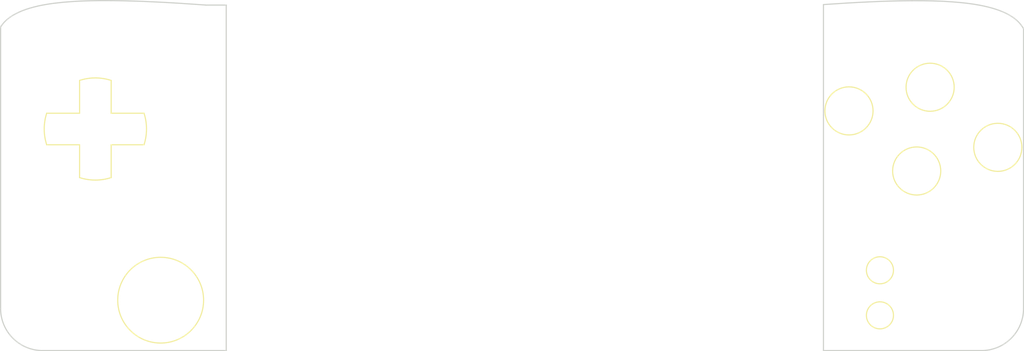
<source format=kicad_pcb>
(kicad_pcb (version 20171130) (host pcbnew "(5.1.8)-1")

  (general
    (thickness 1.6)
    (drawings 39)
    (tracks 0)
    (zones 0)
    (modules 0)
    (nets 1)
  )

  (page A4)
  (layers
    (0 F.Cu signal)
    (31 B.Cu signal)
    (32 B.Adhes user)
    (33 F.Adhes user)
    (34 B.Paste user)
    (35 F.Paste user)
    (36 B.SilkS user)
    (37 F.SilkS user)
    (38 B.Mask user)
    (39 F.Mask user)
    (40 Dwgs.User user)
    (41 Cmts.User user)
    (42 Eco1.User user)
    (43 Eco2.User user)
    (44 Edge.Cuts user)
    (45 Margin user)
    (46 B.CrtYd user)
    (47 F.CrtYd user)
    (48 B.Fab user)
    (49 F.Fab user)
  )

  (setup
    (last_trace_width 0.25)
    (trace_clearance 0.2)
    (zone_clearance 0.508)
    (zone_45_only no)
    (trace_min 0.2)
    (via_size 0.8)
    (via_drill 0.4)
    (via_min_size 0.4)
    (via_min_drill 0.3)
    (uvia_size 0.3)
    (uvia_drill 0.1)
    (uvias_allowed no)
    (uvia_min_size 0.2)
    (uvia_min_drill 0.1)
    (edge_width 0.05)
    (segment_width 0.2)
    (pcb_text_width 0.3)
    (pcb_text_size 1.5 1.5)
    (mod_edge_width 0.12)
    (mod_text_size 1 1)
    (mod_text_width 0.15)
    (pad_size 1.524 1.524)
    (pad_drill 0.762)
    (pad_to_mask_clearance 0)
    (aux_axis_origin 0 0)
    (visible_elements FFFFFF7F)
    (pcbplotparams
      (layerselection 0x010fc_ffffffff)
      (usegerberextensions false)
      (usegerberattributes true)
      (usegerberadvancedattributes true)
      (creategerberjobfile true)
      (excludeedgelayer true)
      (linewidth 0.100000)
      (plotframeref false)
      (viasonmask false)
      (mode 1)
      (useauxorigin false)
      (hpglpennumber 1)
      (hpglpenspeed 20)
      (hpglpendiameter 15.000000)
      (psnegative false)
      (psa4output false)
      (plotreference true)
      (plotvalue true)
      (plotinvisibletext false)
      (padsonsilk false)
      (subtractmaskfromsilk false)
      (outputformat 1)
      (mirror false)
      (drillshape 1)
      (scaleselection 1)
      (outputdirectory ""))
  )

  (net 0 "")

  (net_class Default "This is the default net class."
    (clearance 0.2)
    (trace_width 0.25)
    (via_dia 0.8)
    (via_drill 0.4)
    (uvia_dia 0.3)
    (uvia_drill 0.1)
  )

  (gr_line (start 80.95403 79.120601) (end 80.95403 84.66613) (layer F.SilkS) (width 0.2))
  (gr_line (start 75.615912 84.667468) (end 75.615912 79.120601) (layer F.SilkS) (width 0.2))
  (gr_arc (start 78.282911 76.453601) (end 75.615912 84.667468) (angle -36) (layer F.SilkS) (width 0.2))
  (gr_circle (center 89.306911 105.396601) (end 96.556911 105.396601) (layer F.SilkS) (width 0.2))
  (gr_arc (start 78.282912 76.453601) (end 70.069045 73.786601) (angle -36) (layer F.SilkS) (width 0.2))
  (gr_line (start 75.615912 79.120601) (end 70.069045 79.120601) (layer F.SilkS) (width 0.2))
  (gr_line (start 86.496778 79.120601) (end 80.95403 79.120601) (layer F.SilkS) (width 0.2))
  (gr_circle (center 219.228711 69.3926) (end 223.292711 69.3926) (layer F.SilkS) (width 0.2))
  (gr_arc (start 78.282911 76.453601) (end 80.95403 68.241073) (angle -36) (layer F.SilkS) (width 0.2))
  (gr_curve (pts (xy 68.696752 55.640175) (xy 66.648881 56.089013) (xy 65.038399 56.734806) (xy 63.928462 57.511819)) (layer Edge.Cuts) (width 0.2))
  (gr_line (start 70.069045 73.786601) (end 75.615912 73.786601) (layer F.SilkS) (width 0.2))
  (gr_arc (start 227.889034 106.80652) (end 227.889034 113.91852) (angle -90) (layer Edge.Cuts) (width 0.2))
  (gr_circle (center 230.658711 79.5526) (end 234.722711 79.5526) (layer F.SilkS) (width 0.2))
  (gr_line (start 80.95403 68.241073) (end 80.95403 73.786601) (layer F.SilkS) (width 0.2))
  (gr_circle (center 216.958712 83.5526) (end 221.022712 83.5526) (layer F.SilkS) (width 0.2))
  (gr_circle (center 210.754785 100.341136) (end 213.040785 100.341136) (layer F.SilkS) (width 0.2))
  (gr_curve (pts (xy 63.928462 57.511819) (xy 63.266449 57.975262) (xy 62.76953 58.4766) (xy 62.366531 59.068874)) (layer Edge.Cuts) (width 0.2))
  (gr_line (start 62.281034 106.80652) (end 62.281034 59.188241) (layer Edge.Cuts) (width 0.2))
  (gr_line (start 100.381034 113.91852) (end 69.393034 113.91852) (layer Edge.Cuts) (width 0.2))
  (gr_arc (start 69.393034 106.80652) (end 62.281034 106.80652) (angle -90) (layer Edge.Cuts) (width 0.2))
  (gr_arc (start 59.846557 57.354222) (end 62.281034 59.188241) (angle -2.760307241) (layer Edge.Cuts) (width 0.2))
  (gr_line (start 80.95403 73.786601) (end 86.496778 73.786601) (layer F.SilkS) (width 0.2))
  (gr_line (start 75.615912 73.786601) (end 75.615912 68.239735) (layer F.SilkS) (width 0.2))
  (gr_circle (center 205.528712 73.3926) (end 209.592712 73.3926) (layer F.SilkS) (width 0.2))
  (gr_curve (pts (xy 80.93182 54.745386) (xy 76.247821 54.706873) (xy 71.966059 54.923631) (xy 68.696752 55.640175)) (layer Edge.Cuts) (width 0.2))
  (gr_curve (pts (xy 96.857547 55.490454) (xy 91.235837 55.080636) (xy 85.857507 54.785887) (xy 80.93182 54.745386)) (layer Edge.Cuts) (width 0.2))
  (gr_arc (start 237.535189 57.789335) (end 234.929325 59.370403) (angle -2.508900188) (layer Edge.Cuts) (width 0.2))
  (gr_circle (center 210.754785 107.961136) (end 213.040785 107.961136) (layer F.SilkS) (width 0.2))
  (gr_arc (start 78.282912 76.453601) (end 86.496778 79.120601) (angle -36) (layer F.SilkS) (width 0.2))
  (gr_curve (pts (xy 96.968204 55.49852) (xy 96.931319 55.495832) (xy 96.894433 55.493143) (xy 96.857547 55.490454)) (layer Edge.Cuts) (width 0.2))
  (gr_curve (pts (xy 201.219034 55.415281) (xy 206.493428 55.043578) (xy 211.537554 54.788767) (xy 216.1794 54.7624)) (layer Edge.Cuts) (width 0.2))
  (gr_line (start 96.968204 55.49852) (end 100.381034 55.49852) (layer Edge.Cuts) (width 0.2))
  (gr_curve (pts (xy 233.344201 57.668323) (xy 234.030027 58.170547) (xy 234.530381 58.712876) (xy 234.929325 59.370403)) (layer Edge.Cuts) (width 0.2))
  (gr_curve (pts (xy 228.670571 55.746837) (xy 230.690535 56.215809) (xy 232.266623 56.879223) (xy 233.344201 57.668323)) (layer Edge.Cuts) (width 0.2))
  (gr_line (start 235.001034 59.482958) (end 235.001034 106.80652) (layer Edge.Cuts) (width 0.2))
  (gr_line (start 100.381034 113.91852) (end 100.381034 55.49852) (layer Edge.Cuts) (width 0.2))
  (gr_line (start 227.889034 113.91852) (end 201.219034 113.91844) (layer Edge.Cuts) (width 0.2))
  (gr_line (start 201.219034 55.415281) (end 201.219034 113.91844) (layer Edge.Cuts) (width 0.2))
  (gr_curve (pts (xy 216.1794 54.7624) (xy 220.982956 54.735114) (xy 225.364998 54.979388) (xy 228.670571 55.746837)) (layer Edge.Cuts) (width 0.2))

)

</source>
